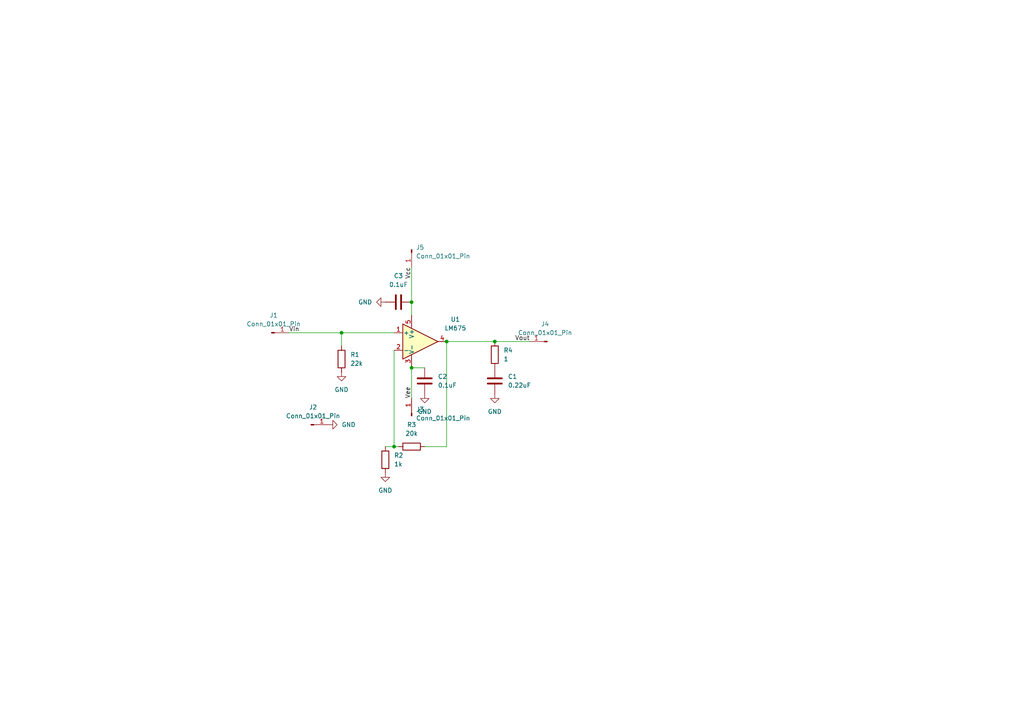
<source format=kicad_sch>
(kicad_sch (version 20250114) (generator "eeschema") (generator_version "9.0")
  (paper "A4")
  (lib_symbols
    (symbol "Amplifier_Operational:LM675" (pin_names (offset 0.127))
      (property "Reference" "U" (at 0 7.62 0))
      (property "Value" "LM675" (at 0 5.08 0))
      (symbol "LM675_0_1"
        (polyline (pts (xy -5.08 5.08) (xy 5.08 0) (xy -5.08 -5.08) (xy -5.08 5.08)) (stroke (width 0.254)) (fill (type background)))
      )
      (symbol "LM675_1_1"
        (pin input line (at -7.62 2.54 0) (length 2.54) (name "+") (number "1"))
        (pin input line (at -7.62 -2.54 0) (length 2.54) (name "-") (number "2"))
        (pin power_in line (at -2.54 7.62 270) (length 3.81) (name "V+") (number "5"))
        (pin power_in line (at -2.54 -7.62 90) (length 3.81) (name "V-") (number "3"))
        (pin output line (at 7.62 0 180) (length 2.54) (name "~") (number "4"))
      )
    )
    (symbol "Connector:Conn_01x01_Pin" (pin_names (offset 1.016) (hide yes))
      (property "Reference" "J" (at 0 2.54 0))
      (property "Value" "Conn_01x01_Pin" (at 0 -2.54 0))
      (symbol "Conn_01x01_Pin_1_1"
        (rectangle (start 0.8636 0.127) (end 0 -0.127) (stroke (width 0.1524)) (fill (type outline)))
        (polyline (pts (xy 1.27 0) (xy 0.8636 0)) (stroke (width 0.1524)))
        (pin passive line (at 5.08 0 180) (length 3.81) (name "Pin_1") (number "1"))
      )
    )
    (symbol "Device:C" (pin_numbers (hide yes)) (pin_names (offset 0.254))
      (property "Reference" "C" (at 0.635 2.54 0))
      (property "Value" "C" (at 0.635 -2.54 0))
      (symbol "C_0_1"
        (polyline (pts (xy -2.032 0.762) (xy 2.032 0.762)) (stroke (width 0.508)))
        (polyline (pts (xy -2.032 -0.762) (xy 2.032 -0.762)) (stroke (width 0.508)))
      )
      (symbol "C_1_1"
        (pin passive line (at 0 3.81 270) (length 2.794) (name "~") (number "1"))
        (pin passive line (at 0 -3.81 90) (length 2.794) (name "~") (number "2"))
      )
    )
    (symbol "Device:R" (pin_numbers (hide yes)) (pin_names (offset 0))
      (property "Reference" "R" (at 2.032 0 90))
      (property "Value" "R" (at 0 0 90))
      (symbol "R_0_1"
        (rectangle (start -1.016 -2.54) (end 1.016 2.54) (stroke (width 0.254)))
      )
      (symbol "R_1_1"
        (pin passive line (at 0 3.81 270) (length 1.27) (name "~") (number "1"))
        (pin passive line (at 0 -3.81 90) (length 1.27) (name "~") (number "2"))
      )
    )
    (symbol "power:GND" (power) (pin_numbers (hide yes)) (pin_names (offset 0) (hide yes))
      (property "Value" "GND" (at 0 -3.81 0))
      (symbol "GND_0_1"
        (polyline (pts (xy 0 0) (xy 0 -1.27) (xy 1.27 -1.27) (xy 0 -2.54) (xy -1.27 -1.27) (xy 0 -1.27)))
      )
      (symbol "GND_1_1"
        (pin power_in line (at 0 0 270) (length 0) (name "~") (number "1"))
      )
    )
  )
  (junction (at 119.38 87.63))
  (junction (at 129.54 99.06))
  (junction (at 114.3 129.54))
  (junction (at 99.06 96.52))
  (junction (at 119.38 106.68))
  (junction (at 143.51 99.06))
  (wire (pts (xy 115.57 129.54) (xy 114.3 129.54)))
  (wire (pts (xy 143.51 99.06) (xy 153.67 99.06)))
  (wire (pts (xy 83.82 96.52) (xy 99.06 96.52)))
  (wire (pts (xy 114.3 129.54) (xy 114.3 101.6)))
  (wire (pts (xy 119.38 106.68) (xy 123.19 106.68)))
  (wire (pts (xy 129.54 99.06) (xy 143.51 99.06)))
  (wire (pts (xy 111.76 129.54) (xy 114.3 129.54)))
  (wire (pts (xy 123.19 129.54) (xy 129.54 129.54)))
  (wire (pts (xy 99.06 96.52) (xy 114.3 96.52)))
  (wire (pts (xy 129.54 129.54) (xy 129.54 99.06)))
  (wire (pts (xy 119.38 106.68) (xy 119.38 115.57)))
  (wire (pts (xy 119.38 87.63) (xy 119.38 91.44)))
  (wire (pts (xy 119.38 77.47) (xy 119.38 87.63)))
  (wire (pts (xy 99.06 96.52) (xy 99.06 100.33)))
  (label "Vin" (at 83.82 96.52 0))
  (label "Vout" (at 153.67 99.06 180))
  (label "Vcc" (at 119.38 77.47 270))
  (label "Vee" (at 119.38 115.57 90))
  (symbol (lib_id "power:GND") (at 95.25 123.19 90) (unit 1)
    (property "Reference" "#PWR06" (effects (hide yes)))
    (property "Value" "GND" (at 99.06 123.1899 90) (effects (justify right)))
    (property "Description" "Power symbol creates a global label with name \"GND\" , ground" (effects (hide yes)))
  )
  (symbol (lib_id "Connector:Conn_01x01_Pin") (at 78.74 96.52 0) (unit 1)
    (property "Reference" "J1" (at 79.375 91.44 0))
    (property "Value" "Conn_01x01_Pin" (at 79.375 93.98 0))
    (property "Footprint" "Connector_PinHeader_2.54mm:PinHeader_1x01_P2.54mm_Vertical" (effects (hide yes)))
    (property "Description" "Generic connector, single row, 01x01, script generated" (effects (hide yes)))
  )
  (symbol (lib_id "Amplifier_Operational:LM675") (at 121.92 99.06 0) (unit 1)
    (property "Reference" "U1" (at 132.08 92.6398 0))
    (property "Value" "LM675" (at 132.08 95.1798 0))
    (property "Footprint" "Package_TO_SOT_THT:TO-220-5_P3.4x3.8mm_StaggerOdd_Lead7.13mm_TabDown" (effects (hide yes)))
    (property "Datasheet" "http://www.ti.com/lit/ds/symlink/lm675.pdf" (effects (hide yes)))
    (property "Description" "Power Operational Amplifier, TO-220-5" (effects (hide yes)))
  )
  (symbol (lib_id "power:GND") (at 143.51 114.3 0) (unit 1)
    (property "Reference" "#PWR03" (effects (hide yes)))
    (property "Value" "GND" (at 143.51 119.38 0))
    (property "Description" "Power symbol creates a global label with name \"GND\" , ground" (effects (hide yes)))
  )
  (symbol (lib_id "Connector:Conn_01x01_Pin") (at 119.38 72.39 270) (unit 1)
    (property "Reference" "J5" (at 120.65 71.7549 90) (effects (justify left)))
    (property "Value" "Conn_01x01_Pin" (at 120.65 74.2949 90) (effects (justify left)))
    (property "Footprint" "Connector_PinHeader_2.54mm:PinHeader_1x01_P2.54mm_Vertical" (effects (hide yes)))
    (property "Description" "Generic connector, single row, 01x01, script generated" (effects (hide yes)))
  )
  (symbol (lib_id "Device:R") (at 143.51 102.87 0) (unit 1)
    (property "Reference" "R4" (at 146.05 101.5999 0) (effects (justify left)))
    (property "Value" "1" (at 146.05 104.1399 0) (effects (justify left)))
    (property "Footprint" "Resistor_SMD:R_0805_2012Metric" (effects (hide yes)))
    (property "Description" "Resistor" (effects (hide yes)))
  )
  (symbol (lib_id "Device:C") (at 123.19 110.49 0) (unit 1)
    (property "Reference" "C2" (at 127 109.2199 0) (effects (justify left)))
    (property "Value" "0.1uF" (at 127 111.7599 0) (effects (justify left)))
    (property "Footprint" "Capacitor_SMD:C_0805_2012Metric" (effects (hide yes)))
    (property "Description" "Unpolarized capacitor" (effects (hide yes)))
  )
  (symbol (lib_id "Device:R") (at 119.38 129.54 90) (unit 1)
    (property "Reference" "R3" (at 119.38 123.19 90))
    (property "Value" "20k" (at 119.38 125.73 90))
    (property "Footprint" "Resistor_SMD:R_0805_2012Metric" (effects (hide yes)))
    (property "Description" "Resistor" (effects (hide yes)))
  )
  (symbol (lib_id "power:GND") (at 99.06 107.95 0) (unit 1)
    (property "Reference" "#PWR01" (effects (hide yes)))
    (property "Value" "GND" (at 99.06 113.03 0))
    (property "Description" "Power symbol creates a global label with name \"GND\" , ground" (effects (hide yes)))
  )
  (symbol (lib_id "power:GND") (at 111.76 87.63 270) (unit 1)
    (property "Reference" "#PWR05" (effects (hide yes)))
    (property "Value" "GND" (at 107.95 87.6299 90) (effects (justify right)))
    (property "Description" "Power symbol creates a global label with name \"GND\" , ground" (effects (hide yes)))
  )
  (symbol (lib_id "Device:R") (at 111.76 133.35 0) (unit 1)
    (property "Reference" "R2" (at 114.3 132.0799 0) (effects (justify left)))
    (property "Value" "1k" (at 114.3 134.6199 0) (effects (justify left)))
    (property "Footprint" "Resistor_SMD:R_0805_2012Metric" (effects (hide yes)))
    (property "Description" "Resistor" (effects (hide yes)))
  )
  (symbol (lib_id "Connector:Conn_01x01_Pin") (at 90.17 123.19 0) (unit 1)
    (property "Reference" "J2" (at 90.805 118.11 0))
    (property "Value" "Conn_01x01_Pin" (at 90.805 120.65 0))
    (property "Footprint" "Connector_PinHeader_2.54mm:PinHeader_1x01_P2.54mm_Vertical" (effects (hide yes)))
    (property "Description" "Generic connector, single row, 01x01, script generated" (effects (hide yes)))
  )
  (symbol (lib_id "Device:C") (at 143.51 110.49 0) (unit 1)
    (property "Reference" "C1" (at 147.32 109.2199 0) (effects (justify left)))
    (property "Value" "0.22uF" (at 147.32 111.7599 0) (effects (justify left)))
    (property "Footprint" "Capacitor_SMD:C_0805_2012Metric" (effects (hide yes)))
    (property "Description" "Unpolarized capacitor" (effects (hide yes)))
  )
  (symbol (lib_id "Device:R") (at 99.06 104.14 0) (unit 1)
    (property "Reference" "R1" (at 101.6 102.8699 0) (effects (justify left)))
    (property "Value" "22k" (at 101.6 105.4099 0) (effects (justify left)))
    (property "Footprint" "Resistor_SMD:R_0805_2012Metric" (effects (hide yes)))
    (property "Description" "Resistor" (effects (hide yes)))
  )
  (symbol (lib_id "Connector:Conn_01x01_Pin") (at 158.75 99.06 180) (unit 1)
    (property "Reference" "J4" (at 158.115 93.98 0))
    (property "Value" "Conn_01x01_Pin" (at 158.115 96.52 0))
    (property "Footprint" "Connector_PinHeader_2.54mm:PinHeader_1x01_P2.54mm_Vertical" (effects (hide yes)))
    (property "Description" "Generic connector, single row, 01x01, script generated" (effects (hide yes)))
  )
  (symbol (lib_id "power:GND") (at 123.19 114.3 0) (unit 1)
    (property "Reference" "#PWR04" (effects (hide yes)))
    (property "Value" "GND" (at 123.19 119.38 0))
    (property "Description" "Power symbol creates a global label with name \"GND\" , ground" (effects (hide yes)))
  )
  (symbol (lib_id "Device:C") (at 115.57 87.63 270) (unit 1)
    (property "Reference" "C3" (at 115.57 80.01 90))
    (property "Value" "0.1uF" (at 115.57 82.55 90))
    (property "Footprint" "Capacitor_SMD:C_0805_2012Metric" (effects (hide yes)))
    (property "Description" "Unpolarized capacitor" (effects (hide yes)))
  )
  (symbol (lib_id "power:GND") (at 111.76 137.16 0) (unit 1)
    (property "Reference" "#PWR02" (effects (hide yes)))
    (property "Value" "GND" (at 111.76 142.24 0))
    (property "Description" "Power symbol creates a global label with name \"GND\" , ground" (effects (hide yes)))
  )
  (symbol (lib_id "Connector:Conn_01x01_Pin") (at 119.38 120.65 90) (unit 1)
    (property "Reference" "J3" (at 120.65 118.7449 90) (effects (justify right)))
    (property "Value" "Conn_01x01_Pin" (at 120.65 121.2849 90) (effects (justify right)))
    (property "Footprint" "Connector_PinHeader_2.54mm:PinHeader_1x01_P2.54mm_Vertical" (effects (hide yes)))
    (property "Description" "Generic connector, single row, 01x01, script generated" (effects (hide yes)))
  )
)
</source>
